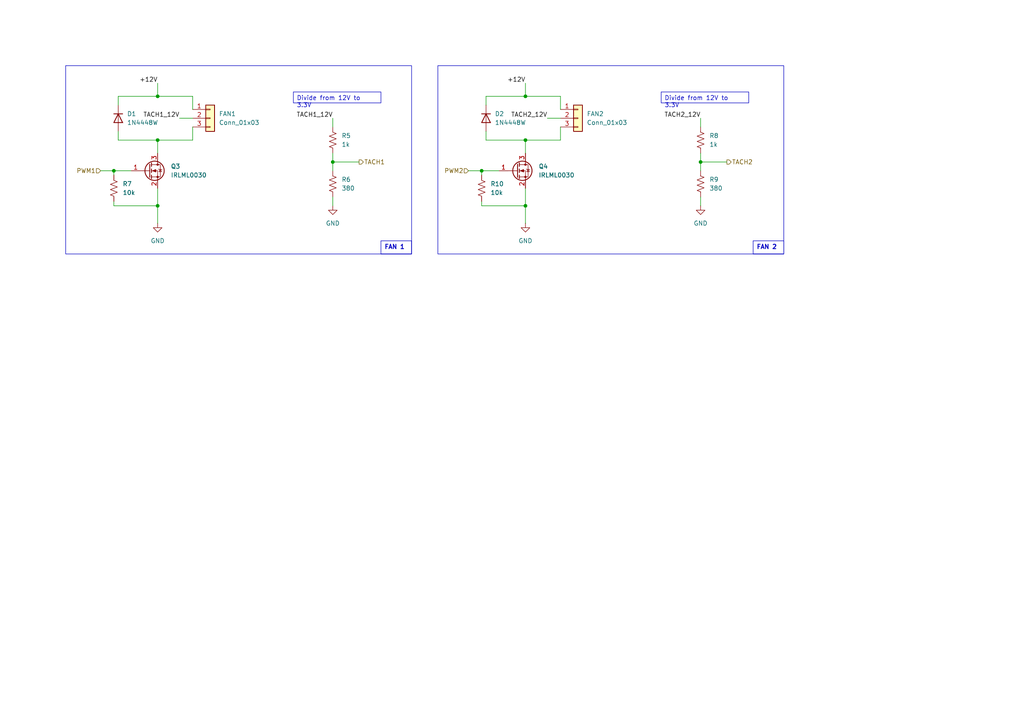
<source format=kicad_sch>
(kicad_sch (version 20250114) (generator "eeschema") (generator_version "9.0")
  (paper "A4")
  (lib_symbols
    (symbol "Connector_Generic:Conn_01x03" (pin_names (offset 1.016) (hide yes))
      (property "Reference" "J" (at 0 5.08 0))
      (property "Value" "Conn_01x03" (at 0 -5.08 0))
      (symbol "Conn_01x03_1_1"
        (rectangle (start -1.27 3.81) (end 1.27 -3.81) (stroke (width 0.254)) (fill (type background)))
        (rectangle (start -1.27 2.667) (end 0 2.413) (stroke (width 0.1524)))
        (rectangle (start -1.27 0.127) (end 0 -0.127) (stroke (width 0.1524)))
        (rectangle (start -1.27 -2.413) (end 0 -2.667) (stroke (width 0.1524)))
        (pin passive line (at -5.08 2.54 0) (length 3.81) (name "Pin_1") (number "1"))
        (pin passive line (at -5.08 0 0) (length 3.81) (name "Pin_2") (number "2"))
        (pin passive line (at -5.08 -2.54 0) (length 3.81) (name "Pin_3") (number "3"))
      )
    )
    (symbol "Device:D" (pin_numbers (hide yes)) (pin_names (offset 1.016) (hide yes))
      (property "Reference" "D" (at 0 2.54 0))
      (property "Value" "D" (at 0 -2.54 0))
      (symbol "D_0_1"
        (polyline (pts (xy -1.27 1.27) (xy -1.27 -1.27)) (stroke (width 0.254)))
        (polyline (pts (xy 1.27 1.27) (xy 1.27 -1.27) (xy -1.27 0) (xy 1.27 1.27)) (stroke (width 0.254)))
        (polyline (pts (xy 1.27 0) (xy -1.27 0)))
      )
      (symbol "D_1_1"
        (pin passive line (at -3.81 0 0) (length 2.54) (name "K") (number "1"))
        (pin passive line (at 3.81 0 180) (length 2.54) (name "A") (number "2"))
      )
    )
    (symbol "Device:R_US" (pin_numbers (hide yes)) (pin_names (offset 0))
      (property "Reference" "R" (at 2.54 0 90))
      (property "Value" "R_US" (at -2.54 0 90))
      (symbol "R_US_0_1"
        (polyline (pts (xy 0 2.286) (xy 0 2.54)))
        (polyline (pts (xy 0 2.286) (xy 1.016 1.905) (xy 0 1.524) (xy -1.016 1.143) (xy 0 0.762)))
        (polyline (pts (xy 0 0.762) (xy 1.016 0.381) (xy 0 0) (xy -1.016 -0.381) (xy 0 -0.762)))
        (polyline (pts (xy 0 -0.762) (xy 1.016 -1.143) (xy 0 -1.524) (xy -1.016 -1.905) (xy 0 -2.286)))
        (polyline (pts (xy 0 -2.286) (xy 0 -2.54)))
      )
      (symbol "R_US_1_1"
        (pin passive line (at 0 3.81 270) (length 1.27) (name "~") (number "1"))
        (pin passive line (at 0 -3.81 90) (length 1.27) (name "~") (number "2"))
      )
    )
    (symbol "Transistor_FET:IRLML0030" (pin_names (hide yes))
      (property "Reference" "Q" (at 5.08 1.905 0))
      (property "Value" "IRLML0030" (at 5.08 0 0))
      (symbol "IRLML0030_0_1"
        (polyline (pts (xy 0.254 1.905) (xy 0.254 -1.905)) (stroke (width 0.254)))
        (polyline (pts (xy 0.254 0) (xy -2.54 0)))
        (polyline (pts (xy 0.762 2.286) (xy 0.762 1.27)) (stroke (width 0.254)))
        (polyline (pts (xy 0.762 0.508) (xy 0.762 -0.508)) (stroke (width 0.254)))
        (polyline (pts (xy 0.762 -1.27) (xy 0.762 -2.286)) (stroke (width 0.254)))
        (polyline (pts (xy 0.762 -1.778) (xy 3.302 -1.778) (xy 3.302 1.778) (xy 0.762 1.778)))
        (polyline (pts (xy 1.016 0) (xy 2.032 0.381) (xy 2.032 -0.381) (xy 1.016 0)) (fill (type outline)))
        (circle (center 1.651 0) (radius 2.794) (stroke (width 0.254)))
        (polyline (pts (xy 2.54 2.54) (xy 2.54 1.778)))
        (circle (center 2.54 1.778) (radius 0.254) (fill (type outline)))
        (circle (center 2.54 -1.778) (radius 0.254) (fill (type outline)))
        (polyline (pts (xy 2.54 -2.54) (xy 2.54 0) (xy 0.762 0)))
        (polyline (pts (xy 2.794 0.508) (xy 2.921 0.381) (xy 3.683 0.381) (xy 3.81 0.254)))
        (polyline (pts (xy 3.302 0.381) (xy 2.921 -0.254) (xy 3.683 -0.254) (xy 3.302 0.381)))
      )
      (symbol "IRLML0030_1_1"
        (pin input line (at -5.08 0 0) (length 2.54) (name "G") (number "1"))
        (pin passive line (at 2.54 5.08 270) (length 2.54) (name "D") (number "3"))
        (pin passive line (at 2.54 -5.08 90) (length 2.54) (name "S") (number "2"))
      )
    )
    (symbol "power:GND" (power) (pin_numbers (hide yes)) (pin_names (offset 0) (hide yes))
      (property "Value" "GND" (at 0 -3.81 0))
      (symbol "GND_0_1"
        (polyline (pts (xy 0 0) (xy 0 -1.27) (xy 1.27 -1.27) (xy 0 -2.54) (xy -1.27 -1.27) (xy 0 -1.27)))
      )
      (symbol "GND_1_1"
        (pin power_in line (at 0 0 270) (length 0) (name "~") (number "1"))
      )
    )
  )
  (rectangle (start 19.05 19.05) (end 119.38 73.66))
  (rectangle (start 127 19.05) (end 227.33 73.66))
  (text_box "FAN 2" (at 218.44 69.85 0) (size 8.89 3.81) (margins 0.9525 0.9525 0.9525 0.9525) (effects (font (size 1.27 1.27) (thickness 0.254) (bold yes)) (justify left top)))
  (text_box "FAN 1" (at 110.49 69.85 0) (size 8.89 3.81) (margins 0.9525 0.9525 0.9525 0.9525) (effects (font (size 1.27 1.27) (thickness 0.254) (bold yes)) (justify left top)))
  (text_box "Divide from 12V to 3.3V" (at 85.09 26.67 0) (size 25.4 3.175) (margins 0.9525 0.9525 0.9525 0.9525) (effects (font (size 1.27 1.27)) (justify left top)))
  (text_box "Divide from 12V to 3.3V" (at 191.77 26.67 0) (size 25.4 3.175) (margins 0.9525 0.9525 0.9525 0.9525) (effects (font (size 1.27 1.27)) (justify left top)))
  (junction (at 139.7 49.53))
  (junction (at 152.4 40.64))
  (junction (at 96.52 46.99))
  (junction (at 45.72 27.94))
  (junction (at 152.4 27.94))
  (junction (at 33.02 49.53))
  (junction (at 203.2 46.99))
  (junction (at 45.72 40.64))
  (junction (at 45.72 59.69))
  (junction (at 152.4 59.69))
  (wire (pts (xy 55.88 40.64) (xy 55.88 36.83)))
  (wire (pts (xy 140.97 27.94) (xy 152.4 27.94)))
  (wire (pts (xy 203.2 36.83) (xy 203.2 34.29)))
  (wire (pts (xy 38.1 49.53) (xy 33.02 49.53)))
  (wire (pts (xy 33.02 59.69) (xy 33.02 58.42)))
  (wire (pts (xy 34.29 38.1) (xy 34.29 40.64)))
  (wire (pts (xy 45.72 24.13) (xy 45.72 27.94)))
  (wire (pts (xy 55.88 31.75) (xy 55.88 27.94)))
  (wire (pts (xy 34.29 40.64) (xy 45.72 40.64)))
  (wire (pts (xy 139.7 59.69) (xy 152.4 59.69)))
  (wire (pts (xy 152.4 24.13) (xy 152.4 27.94)))
  (wire (pts (xy 45.72 54.61) (xy 45.72 59.69)))
  (wire (pts (xy 96.52 46.99) (xy 104.14 46.99)))
  (wire (pts (xy 140.97 40.64) (xy 152.4 40.64)))
  (wire (pts (xy 96.52 46.99) (xy 96.52 49.53)))
  (wire (pts (xy 162.56 40.64) (xy 162.56 36.83)))
  (wire (pts (xy 203.2 46.99) (xy 203.2 49.53)))
  (wire (pts (xy 152.4 40.64) (xy 162.56 40.64)))
  (wire (pts (xy 152.4 27.94) (xy 162.56 27.94)))
  (wire (pts (xy 203.2 44.45) (xy 203.2 46.99)))
  (wire (pts (xy 34.29 27.94) (xy 45.72 27.94)))
  (wire (pts (xy 162.56 31.75) (xy 162.56 27.94)))
  (wire (pts (xy 203.2 57.15) (xy 203.2 59.69)))
  (wire (pts (xy 144.78 49.53) (xy 139.7 49.53)))
  (wire (pts (xy 135.89 49.53) (xy 139.7 49.53)))
  (wire (pts (xy 34.29 27.94) (xy 34.29 30.48)))
  (wire (pts (xy 140.97 38.1) (xy 140.97 40.64)))
  (wire (pts (xy 45.72 40.64) (xy 55.88 40.64)))
  (wire (pts (xy 158.75 34.29) (xy 162.56 34.29)))
  (wire (pts (xy 152.4 59.69) (xy 152.4 64.77)))
  (wire (pts (xy 33.02 49.53) (xy 33.02 50.8)))
  (wire (pts (xy 45.72 27.94) (xy 55.88 27.94)))
  (wire (pts (xy 139.7 49.53) (xy 139.7 50.8)))
  (wire (pts (xy 139.7 59.69) (xy 139.7 58.42)))
  (wire (pts (xy 152.4 54.61) (xy 152.4 59.69)))
  (wire (pts (xy 52.07 34.29) (xy 55.88 34.29)))
  (wire (pts (xy 96.52 34.29) (xy 96.52 36.83)))
  (wire (pts (xy 152.4 40.64) (xy 152.4 44.45)))
  (wire (pts (xy 96.52 44.45) (xy 96.52 46.99)))
  (wire (pts (xy 33.02 59.69) (xy 45.72 59.69)))
  (wire (pts (xy 96.52 57.15) (xy 96.52 59.69)))
  (wire (pts (xy 29.21 49.53) (xy 33.02 49.53)))
  (wire (pts (xy 140.97 27.94) (xy 140.97 30.48)))
  (wire (pts (xy 45.72 59.69) (xy 45.72 64.77)))
  (wire (pts (xy 45.72 40.64) (xy 45.72 44.45)))
  (wire (pts (xy 203.2 46.99) (xy 210.82 46.99)))
  (label "+12V" (at 152.4 24.13 180))
  (label "TACH2_12V" (at 158.75 34.29 180))
  (label "TACH1_12V" (at 96.52 34.29 180))
  (label "TACH1_12V" (at 52.07 34.29 180))
  (label "TACH2_12V" (at 203.2 34.29 180))
  (label "+12V" (at 45.72 24.13 180))
  (hierarchical_label "TACH1" (shape output) (at 104.14 46.99 0))
  (hierarchical_label "PWM2" (shape input) (at 135.89 49.53 180))
  (hierarchical_label "PWM1" (shape input) (at 29.21 49.53 180))
  (hierarchical_label "TACH2" (shape output) (at 210.82 46.99 0))
  (symbol (lib_id "power:GND") (at 96.52 59.69 0) (unit 1)
    (property "Reference" "#PWR016" (effects (hide yes)))
    (property "Value" "GND" (at 96.52 64.77 0))
    (property "Description" "Power symbol creates a global label with name \"GND\" , ground" (effects (hide yes)))
  )
  (symbol (lib_id "Device:R_US") (at 203.2 40.64 0) (unit 1)
    (property "Reference" "R8" (at 205.74 39.3699 0) (effects (justify left)))
    (property "Value" "1k" (at 205.74 41.9099 0) (effects (justify left)))
    (property "Footprint" "Resistor_SMD:R_0805_2012Metric" (effects (hide yes)))
    (property "Description" "Resistor, US symbol" (effects (hide yes)))
  )
  (symbol (lib_id "Device:D") (at 34.29 34.29 270) (unit 1)
    (property "Reference" "D1" (at 36.83 33.0199 90) (effects (justify left)))
    (property "Value" "1N4448W" (at 36.83 35.5599 90) (effects (justify left)))
    (property "Footprint" "Diode_SMD:D_SOD-323" (effects (hide yes)))
    (property "Datasheet" "https://www.vishay.com/docs/85722/1n4448w.pdf" (effects (hide yes)))
    (property "Description" "Diode" (effects (hide yes)))
    (property "Sim.Device" "D" (effects (hide yes)))
    (property "Sim.Pins" "1=K 2=A" (effects (hide yes)))
  )
  (symbol (lib_id "Connector_Generic:Conn_01x03") (at 60.96 34.29 0) (unit 1)
    (property "Reference" "FAN1" (at 63.5 33.0199 0) (effects (justify left)))
    (property "Value" "Conn_01x03" (at 63.5 35.5599 0) (effects (justify left)))
    (property "Footprint" "Connector_Molex:Molex_Nano-Fit_105309-xx03_1x03_P2.50mm_Vertical" (effects (hide yes)))
    (property "Datasheet" "https://www.delta-fan.com/Download/Spec/AFB1212SH-F00.pdf" (effects (hide yes)))
    (property "Description" "Generic connector, single row, 01x03, script generated (kicad-library-utils/schlib/autogen/connector/)" (effects (hide yes)))
    (property "Notes" "Fan connector" (effects (hide yes)))
  )
  (symbol (lib_id "power:GND") (at 45.72 64.77 0) (unit 1)
    (property "Reference" "#PWR017" (effects (hide yes)))
    (property "Value" "GND" (at 45.72 69.85 0))
    (property "Description" "Power symbol creates a global label with name \"GND\" , ground" (effects (hide yes)))
  )
  (symbol (lib_id "Device:D") (at 140.97 34.29 270) (unit 1)
    (property "Reference" "D2" (at 143.51 33.0199 90) (effects (justify left)))
    (property "Value" "1N4448W" (at 143.51 35.5599 90) (effects (justify left)))
    (property "Footprint" "Diode_SMD:D_SOD-323" (effects (hide yes)))
    (property "Datasheet" "https://www.vishay.com/docs/85722/1n4448w.pdf" (effects (hide yes)))
    (property "Description" "Diode" (effects (hide yes)))
    (property "Sim.Device" "D" (effects (hide yes)))
    (property "Sim.Pins" "1=K 2=A" (effects (hide yes)))
  )
  (symbol (lib_id "Device:R_US") (at 96.52 53.34 0) (unit 1)
    (property "Reference" "R6" (at 99.06 52.0699 0) (effects (justify left)))
    (property "Value" "380" (at 99.06 54.6099 0) (effects (justify left)))
    (property "Footprint" "Resistor_SMD:R_0805_2012Metric" (effects (hide yes)))
    (property "Description" "Resistor, US symbol" (effects (hide yes)))
  )
  (symbol (lib_id "Device:R_US") (at 203.2 53.34 0) (unit 1)
    (property "Reference" "R9" (at 205.74 52.0699 0) (effects (justify left)))
    (property "Value" "380" (at 205.74 54.6099 0) (effects (justify left)))
    (property "Footprint" "Resistor_SMD:R_0805_2012Metric" (effects (hide yes)))
    (property "Description" "Resistor, US symbol" (effects (hide yes)))
  )
  (symbol (lib_id "power:GND") (at 203.2 59.69 0) (unit 1)
    (property "Reference" "#PWR018" (effects (hide yes)))
    (property "Value" "GND" (at 203.2 64.77 0))
    (property "Description" "Power symbol creates a global label with name \"GND\" , ground" (effects (hide yes)))
  )
  (symbol (lib_id "Device:R_US") (at 96.52 40.64 0) (unit 1)
    (property "Reference" "R5" (at 99.06 39.3699 0) (effects (justify left)))
    (property "Value" "1k" (at 99.06 41.9099 0) (effects (justify left)))
    (property "Footprint" "Resistor_SMD:R_0805_2012Metric" (effects (hide yes)))
    (property "Description" "Resistor, US symbol" (effects (hide yes)))
  )
  (symbol (lib_id "Device:R_US") (at 139.7 54.61 0) (unit 1)
    (property "Reference" "R10" (at 142.24 53.3399 0) (effects (justify left)))
    (property "Value" "10k" (at 142.24 55.8799 0) (effects (justify left)))
    (property "Footprint" "Resistor_SMD:R_0805_2012Metric" (effects (hide yes)))
    (property "Description" "Resistor, US symbol" (effects (hide yes)))
  )
  (symbol (lib_id "Transistor_FET:IRLML0030") (at 43.18 49.53 0) (unit 1)
    (property "Reference" "Q3" (at 49.53 48.2599 0) (effects (justify left)))
    (property "Value" "IRLML0030" (at 49.53 50.7999 0) (effects (justify left)))
    (property "Footprint" "Package_TO_SOT_SMD:SOT-23" (effects (hide yes)))
    (property "Datasheet" "https://www.infineon.com/dgdl/irlml0030pbf.pdf?fileId=5546d462533600a401535664773825df" (effects (hide yes)))
    (property "Description" "5.3A Id, 30V Vds, 27mOhm Rds, N-Channel HEXFET Power MOSFET, SOT-23" (effects (hide yes)))
  )
  (symbol (lib_id "Connector_Generic:Conn_01x03") (at 167.64 34.29 0) (unit 1)
    (property "Reference" "FAN2" (at 170.18 33.0199 0) (effects (justify left)))
    (property "Value" "Conn_01x03" (at 170.18 35.5599 0) (effects (justify left)))
    (property "Footprint" "Connector_Molex:Molex_Nano-Fit_105309-xx03_1x03_P2.50mm_Vertical" (effects (hide yes)))
    (property "Datasheet" "https://www.delta-fan.com/Download/Spec/AFB1212SH-F00.pdf" (effects (hide yes)))
    (property "Description" "Generic connector, single row, 01x03, script generated (kicad-library-utils/schlib/autogen/connector/)" (effects (hide yes)))
    (property "Notes" "Fan connector" (effects (hide yes)))
  )
  (symbol (lib_id "Device:R_US") (at 33.02 54.61 0) (unit 1)
    (property "Reference" "R7" (at 35.56 53.3399 0) (effects (justify left)))
    (property "Value" "10k" (at 35.56 55.8799 0) (effects (justify left)))
    (property "Footprint" "Resistor_SMD:R_0805_2012Metric" (effects (hide yes)))
    (property "Description" "Resistor, US symbol" (effects (hide yes)))
  )
  (symbol (lib_id "power:GND") (at 152.4 64.77 0) (unit 1)
    (property "Reference" "#PWR019" (effects (hide yes)))
    (property "Value" "GND" (at 152.4 69.85 0))
    (property "Description" "Power symbol creates a global label with name \"GND\" , ground" (effects (hide yes)))
  )
  (symbol (lib_id "Transistor_FET:IRLML0030") (at 149.86 49.53 0) (unit 1)
    (property "Reference" "Q4" (at 156.21 48.2599 0) (effects (justify left)))
    (property "Value" "IRLML0030" (at 156.21 50.7999 0) (effects (justify left)))
    (property "Footprint" "Package_TO_SOT_SMD:SOT-23" (effects (hide yes)))
    (property "Datasheet" "https://www.infineon.com/dgdl/irlml0030pbf.pdf?fileId=5546d462533600a401535664773825df" (effects (hide yes)))
    (property "Description" "5.3A Id, 30V Vds, 27mOhm Rds, N-Channel HEXFET Power MOSFET, SOT-23" (effects (hide yes)))
  )
)
</source>
